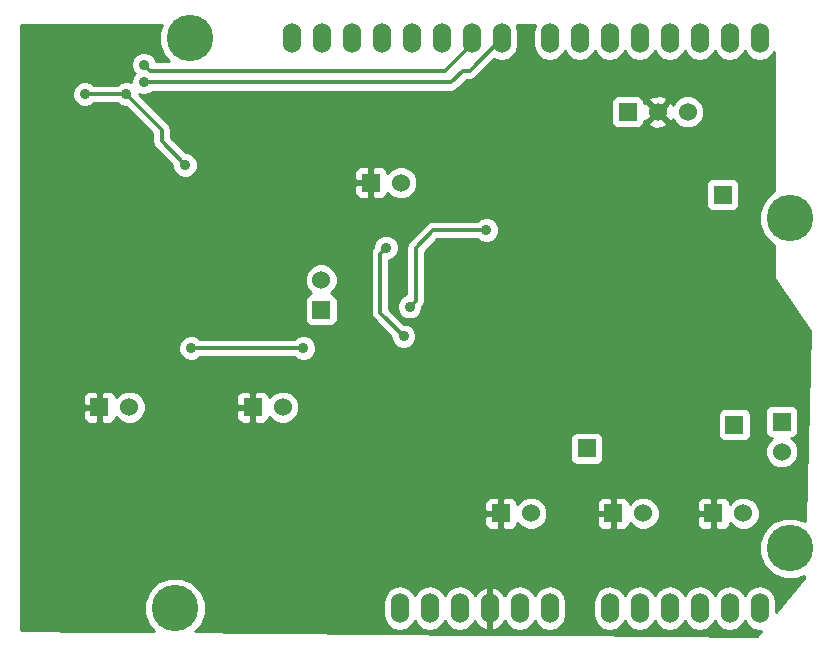
<source format=gbl>
%FSLAX34Y34*%
G04 Gerber Fmt 3.4, Leading zero omitted, Abs format*
G04 (created by PCBNEW (2014-02-26 BZR 4721)-product) date Wednesday, 03 June 2015 14:52:33*
%MOIN*%
G01*
G70*
G90*
G04 APERTURE LIST*
%ADD10C,0.005906*%
%ADD11R,0.060000X0.060000*%
%ADD12C,0.060000*%
%ADD13O,0.060000X0.100000*%
%ADD14C,0.155000*%
%ADD15C,0.035000*%
%ADD16C,0.011811*%
%ADD17C,0.010000*%
G04 APERTURE END LIST*
G54D10*
G54D11*
X51559Y-32283D03*
G54D12*
X52559Y-32283D03*
X53559Y-32283D03*
G54D11*
X51074Y-45669D03*
G54D12*
X52074Y-45669D03*
G54D11*
X43003Y-34645D03*
G54D12*
X44003Y-34645D03*
G54D11*
X39066Y-42125D03*
G54D12*
X40066Y-42125D03*
G54D11*
X54421Y-45669D03*
G54D12*
X55421Y-45669D03*
G54D11*
X47334Y-45669D03*
G54D12*
X48334Y-45669D03*
G54D11*
X33948Y-42125D03*
G54D12*
X34948Y-42125D03*
G54D11*
X56692Y-42610D03*
G54D12*
X56692Y-43610D03*
G54D11*
X41338Y-38885D03*
G54D12*
X41338Y-37885D03*
G54D11*
X50196Y-43503D03*
X55118Y-42716D03*
X54724Y-35039D03*
G54D13*
X55964Y-48832D03*
X54964Y-48832D03*
X53964Y-48832D03*
X50964Y-48832D03*
X51964Y-48832D03*
X52964Y-48832D03*
X48964Y-48832D03*
X47964Y-48832D03*
X46964Y-48832D03*
X44964Y-48832D03*
X43964Y-48832D03*
X55964Y-29832D03*
X54964Y-29832D03*
X53964Y-29832D03*
X52964Y-29832D03*
X51964Y-29832D03*
X50964Y-29832D03*
X49964Y-29832D03*
X48964Y-29832D03*
X47364Y-29832D03*
X46364Y-29832D03*
X45364Y-29832D03*
X44364Y-29832D03*
X43364Y-29832D03*
X42364Y-29832D03*
X41364Y-29832D03*
X40364Y-29832D03*
X45964Y-48832D03*
G54D14*
X56964Y-46832D03*
X56964Y-35832D03*
X36964Y-29832D03*
X36464Y-48832D03*
G54D15*
X45275Y-41929D03*
X37795Y-38385D03*
X39566Y-36614D03*
X53543Y-38385D03*
X50984Y-38385D03*
X35433Y-31299D03*
X44094Y-39763D03*
X43503Y-36811D03*
X35433Y-30708D03*
X40748Y-40157D03*
X37007Y-40157D03*
X46850Y-36220D03*
X44291Y-38779D03*
X33464Y-31692D03*
X34842Y-31692D03*
X36811Y-34055D03*
G54D16*
X50984Y-38385D02*
X53543Y-38385D01*
X46291Y-30905D02*
X47364Y-29832D01*
X46062Y-30905D02*
X46291Y-30905D01*
X45669Y-31299D02*
X46062Y-30905D01*
X35433Y-31299D02*
X45669Y-31299D01*
X43307Y-38976D02*
X44094Y-39763D01*
X43307Y-37007D02*
X43307Y-38976D01*
X43503Y-36811D02*
X43307Y-37007D01*
X46364Y-30013D02*
X46364Y-29832D01*
X45472Y-30905D02*
X46364Y-30013D01*
X35629Y-30905D02*
X45472Y-30905D01*
X35433Y-30708D02*
X35629Y-30905D01*
X40748Y-40157D02*
X37007Y-40157D01*
X45078Y-36220D02*
X46850Y-36220D01*
X44488Y-36811D02*
X45078Y-36220D01*
X44488Y-38582D02*
X44488Y-36811D01*
X44291Y-38779D02*
X44488Y-38582D01*
X34842Y-31692D02*
X33464Y-31692D01*
X36023Y-32874D02*
X34842Y-31692D01*
X36023Y-33267D02*
X36023Y-32874D01*
X36811Y-34055D02*
X36023Y-33267D01*
G54D10*
G36*
X57626Y-39581D02*
X57475Y-45934D01*
X57243Y-45838D01*
X57243Y-43501D01*
X57159Y-43299D01*
X57020Y-43160D01*
X57042Y-43160D01*
X57134Y-43122D01*
X57204Y-43051D01*
X57242Y-42959D01*
X57242Y-42860D01*
X57242Y-42260D01*
X57204Y-42168D01*
X57134Y-42098D01*
X57042Y-42060D01*
X56943Y-42060D01*
X56343Y-42060D01*
X56251Y-42098D01*
X56180Y-42168D01*
X56142Y-42260D01*
X56142Y-42359D01*
X56142Y-42959D01*
X56180Y-43051D01*
X56251Y-43122D01*
X56343Y-43160D01*
X56365Y-43160D01*
X56226Y-43298D01*
X56143Y-43500D01*
X56142Y-43719D01*
X56226Y-43921D01*
X56380Y-44076D01*
X56583Y-44160D01*
X56801Y-44160D01*
X57004Y-44076D01*
X57158Y-43922D01*
X57242Y-43720D01*
X57243Y-43501D01*
X57243Y-45838D01*
X57169Y-45807D01*
X56761Y-45807D01*
X56384Y-45962D01*
X56096Y-46250D01*
X55971Y-46551D01*
X55971Y-45560D01*
X55887Y-45358D01*
X55733Y-45203D01*
X55668Y-45176D01*
X55668Y-43066D01*
X55668Y-42966D01*
X55668Y-42366D01*
X55630Y-42274D01*
X55559Y-42204D01*
X55467Y-42166D01*
X55368Y-42166D01*
X55274Y-42166D01*
X55274Y-35389D01*
X55274Y-35289D01*
X55274Y-34689D01*
X55236Y-34597D01*
X55166Y-34527D01*
X55074Y-34489D01*
X54974Y-34489D01*
X54374Y-34489D01*
X54282Y-34527D01*
X54212Y-34597D01*
X54174Y-34689D01*
X54174Y-34789D01*
X54174Y-35389D01*
X54212Y-35480D01*
X54282Y-35551D01*
X54374Y-35589D01*
X54474Y-35589D01*
X55074Y-35589D01*
X55166Y-35551D01*
X55236Y-35480D01*
X55274Y-35389D01*
X55274Y-42166D01*
X54768Y-42166D01*
X54676Y-42204D01*
X54606Y-42274D01*
X54568Y-42366D01*
X54568Y-42466D01*
X54568Y-43066D01*
X54606Y-43158D01*
X54676Y-43228D01*
X54768Y-43266D01*
X54867Y-43266D01*
X55467Y-43266D01*
X55559Y-43228D01*
X55630Y-43158D01*
X55668Y-43066D01*
X55668Y-45176D01*
X55531Y-45119D01*
X55312Y-45119D01*
X55110Y-45202D01*
X54971Y-45341D01*
X54971Y-45319D01*
X54933Y-45227D01*
X54862Y-45157D01*
X54770Y-45119D01*
X54533Y-45119D01*
X54471Y-45181D01*
X54471Y-45619D01*
X54479Y-45619D01*
X54479Y-45719D01*
X54471Y-45719D01*
X54471Y-46156D01*
X54533Y-46219D01*
X54770Y-46219D01*
X54862Y-46181D01*
X54933Y-46110D01*
X54971Y-46019D01*
X54971Y-45997D01*
X55109Y-46135D01*
X55311Y-46219D01*
X55530Y-46219D01*
X55732Y-46135D01*
X55887Y-45981D01*
X55971Y-45779D01*
X55971Y-45560D01*
X55971Y-46551D01*
X55939Y-46627D01*
X55939Y-47035D01*
X56095Y-47412D01*
X56383Y-47700D01*
X56759Y-47857D01*
X57167Y-47857D01*
X57432Y-47748D01*
X57430Y-47816D01*
X56514Y-48961D01*
X56514Y-48617D01*
X56472Y-48407D01*
X56353Y-48228D01*
X56175Y-48109D01*
X55964Y-48067D01*
X55754Y-48109D01*
X55575Y-48228D01*
X55464Y-48394D01*
X55353Y-48228D01*
X55175Y-48109D01*
X54964Y-48067D01*
X54754Y-48109D01*
X54575Y-48228D01*
X54464Y-48394D01*
X54371Y-48255D01*
X54371Y-46156D01*
X54371Y-45719D01*
X54371Y-45619D01*
X54371Y-45181D01*
X54308Y-45119D01*
X54109Y-45119D01*
X54109Y-32174D01*
X54025Y-31972D01*
X53871Y-31817D01*
X53668Y-31733D01*
X53450Y-31733D01*
X53247Y-31816D01*
X53093Y-31971D01*
X53061Y-32047D01*
X53040Y-31995D01*
X52944Y-31968D01*
X52874Y-32038D01*
X52874Y-31897D01*
X52846Y-31802D01*
X52640Y-31728D01*
X52422Y-31739D01*
X52271Y-31802D01*
X52243Y-31897D01*
X52559Y-32212D01*
X52874Y-31897D01*
X52874Y-32038D01*
X52629Y-32283D01*
X52944Y-32598D01*
X53040Y-32571D01*
X53060Y-32516D01*
X53092Y-32594D01*
X53247Y-32749D01*
X53449Y-32833D01*
X53667Y-32833D01*
X53870Y-32750D01*
X54025Y-32595D01*
X54108Y-32393D01*
X54109Y-32174D01*
X54109Y-45119D01*
X54071Y-45119D01*
X53979Y-45157D01*
X53909Y-45227D01*
X53871Y-45319D01*
X53871Y-45419D01*
X53871Y-45556D01*
X53933Y-45619D01*
X54371Y-45619D01*
X54371Y-45719D01*
X53933Y-45719D01*
X53871Y-45781D01*
X53871Y-45919D01*
X53871Y-46019D01*
X53909Y-46110D01*
X53979Y-46181D01*
X54071Y-46219D01*
X54308Y-46219D01*
X54371Y-46156D01*
X54371Y-48255D01*
X54353Y-48228D01*
X54175Y-48109D01*
X53964Y-48067D01*
X53754Y-48109D01*
X53575Y-48228D01*
X53464Y-48394D01*
X53353Y-48228D01*
X53175Y-48109D01*
X52964Y-48067D01*
X52874Y-48085D01*
X52874Y-32669D01*
X52559Y-32354D01*
X52488Y-32424D01*
X52488Y-32283D01*
X52173Y-31968D01*
X52109Y-31986D01*
X52109Y-31933D01*
X52070Y-31841D01*
X52000Y-31771D01*
X51908Y-31733D01*
X51809Y-31733D01*
X51209Y-31733D01*
X51117Y-31771D01*
X51047Y-31841D01*
X51009Y-31933D01*
X51009Y-32033D01*
X51009Y-32633D01*
X51047Y-32725D01*
X51117Y-32795D01*
X51209Y-32833D01*
X51308Y-32833D01*
X51908Y-32833D01*
X52000Y-32795D01*
X52070Y-32725D01*
X52109Y-32633D01*
X52109Y-32580D01*
X52173Y-32598D01*
X52488Y-32283D01*
X52488Y-32424D01*
X52243Y-32669D01*
X52271Y-32764D01*
X52477Y-32838D01*
X52695Y-32827D01*
X52846Y-32764D01*
X52874Y-32669D01*
X52874Y-48085D01*
X52754Y-48109D01*
X52624Y-48195D01*
X52624Y-45560D01*
X52541Y-45358D01*
X52386Y-45203D01*
X52184Y-45119D01*
X51965Y-45119D01*
X51763Y-45202D01*
X51624Y-45341D01*
X51624Y-45319D01*
X51586Y-45227D01*
X51516Y-45157D01*
X51424Y-45119D01*
X51187Y-45119D01*
X51124Y-45181D01*
X51124Y-45619D01*
X51132Y-45619D01*
X51132Y-45719D01*
X51124Y-45719D01*
X51124Y-46156D01*
X51187Y-46219D01*
X51424Y-46219D01*
X51516Y-46181D01*
X51586Y-46110D01*
X51624Y-46019D01*
X51624Y-45997D01*
X51762Y-46135D01*
X51964Y-46219D01*
X52183Y-46219D01*
X52385Y-46135D01*
X52540Y-45981D01*
X52624Y-45779D01*
X52624Y-45560D01*
X52624Y-48195D01*
X52575Y-48228D01*
X52464Y-48394D01*
X52353Y-48228D01*
X52175Y-48109D01*
X51964Y-48067D01*
X51754Y-48109D01*
X51575Y-48228D01*
X51464Y-48394D01*
X51353Y-48228D01*
X51175Y-48109D01*
X51024Y-48079D01*
X51024Y-46156D01*
X51024Y-45719D01*
X51024Y-45619D01*
X51024Y-45181D01*
X50962Y-45119D01*
X50746Y-45119D01*
X50746Y-43853D01*
X50746Y-43754D01*
X50746Y-43154D01*
X50708Y-43062D01*
X50638Y-42991D01*
X50546Y-42953D01*
X50447Y-42953D01*
X49847Y-42953D01*
X49755Y-42991D01*
X49684Y-43062D01*
X49646Y-43154D01*
X49646Y-43253D01*
X49646Y-43853D01*
X49684Y-43945D01*
X49755Y-44015D01*
X49847Y-44053D01*
X49946Y-44053D01*
X50546Y-44053D01*
X50638Y-44015D01*
X50708Y-43945D01*
X50746Y-43853D01*
X50746Y-45119D01*
X50725Y-45119D01*
X50633Y-45157D01*
X50562Y-45227D01*
X50524Y-45319D01*
X50524Y-45419D01*
X50524Y-45556D01*
X50587Y-45619D01*
X51024Y-45619D01*
X51024Y-45719D01*
X50587Y-45719D01*
X50524Y-45781D01*
X50524Y-45919D01*
X50524Y-46019D01*
X50562Y-46110D01*
X50633Y-46181D01*
X50725Y-46219D01*
X50962Y-46219D01*
X51024Y-46156D01*
X51024Y-48079D01*
X50964Y-48067D01*
X50754Y-48109D01*
X50575Y-48228D01*
X50456Y-48407D01*
X50414Y-48617D01*
X50414Y-49046D01*
X50456Y-49257D01*
X50575Y-49435D01*
X50754Y-49555D01*
X50964Y-49596D01*
X51175Y-49555D01*
X51353Y-49435D01*
X51464Y-49269D01*
X51575Y-49435D01*
X51754Y-49555D01*
X51964Y-49596D01*
X52175Y-49555D01*
X52353Y-49435D01*
X52464Y-49269D01*
X52575Y-49435D01*
X52754Y-49555D01*
X52964Y-49596D01*
X53175Y-49555D01*
X53353Y-49435D01*
X53464Y-49269D01*
X53575Y-49435D01*
X53754Y-49555D01*
X53964Y-49596D01*
X54175Y-49555D01*
X54353Y-49435D01*
X54464Y-49269D01*
X54575Y-49435D01*
X54754Y-49555D01*
X54964Y-49596D01*
X55175Y-49555D01*
X55353Y-49435D01*
X55464Y-49269D01*
X55575Y-49435D01*
X55754Y-49555D01*
X55964Y-49596D01*
X56014Y-49587D01*
X55881Y-49752D01*
X49514Y-49702D01*
X49514Y-49046D01*
X49514Y-48617D01*
X49472Y-48407D01*
X49353Y-48228D01*
X49175Y-48109D01*
X48964Y-48067D01*
X48884Y-48083D01*
X48884Y-45560D01*
X48801Y-45358D01*
X48646Y-45203D01*
X48444Y-45119D01*
X48225Y-45119D01*
X48023Y-45202D01*
X47884Y-45341D01*
X47884Y-45319D01*
X47846Y-45227D01*
X47776Y-45157D01*
X47684Y-45119D01*
X47447Y-45119D01*
X47384Y-45181D01*
X47384Y-45619D01*
X47392Y-45619D01*
X47392Y-45719D01*
X47384Y-45719D01*
X47384Y-46156D01*
X47447Y-46219D01*
X47684Y-46219D01*
X47776Y-46181D01*
X47846Y-46110D01*
X47884Y-46019D01*
X47884Y-45997D01*
X48022Y-46135D01*
X48224Y-46219D01*
X48443Y-46219D01*
X48645Y-46135D01*
X48800Y-45981D01*
X48884Y-45779D01*
X48884Y-45560D01*
X48884Y-48083D01*
X48754Y-48109D01*
X48575Y-48228D01*
X48464Y-48394D01*
X48353Y-48228D01*
X48175Y-48109D01*
X47964Y-48067D01*
X47754Y-48109D01*
X47575Y-48228D01*
X47460Y-48400D01*
X47453Y-48375D01*
X47318Y-48208D01*
X47284Y-48189D01*
X47284Y-46156D01*
X47284Y-45719D01*
X47284Y-45619D01*
X47284Y-45181D01*
X47275Y-45172D01*
X47275Y-36136D01*
X47210Y-35980D01*
X47091Y-35860D01*
X46935Y-35795D01*
X46766Y-35795D01*
X46609Y-35859D01*
X46558Y-35911D01*
X45078Y-35911D01*
X44960Y-35934D01*
X44860Y-36001D01*
X44554Y-36308D01*
X44554Y-34536D01*
X44470Y-34334D01*
X44315Y-34179D01*
X44113Y-34095D01*
X43895Y-34095D01*
X43692Y-34179D01*
X43553Y-34317D01*
X43553Y-34295D01*
X43515Y-34204D01*
X43445Y-34133D01*
X43353Y-34095D01*
X43116Y-34095D01*
X43053Y-34158D01*
X43053Y-34595D01*
X43061Y-34595D01*
X43061Y-34695D01*
X43053Y-34695D01*
X43053Y-35133D01*
X43116Y-35195D01*
X43353Y-35195D01*
X43445Y-35157D01*
X43515Y-35087D01*
X43553Y-34995D01*
X43553Y-34973D01*
X43691Y-35111D01*
X43894Y-35195D01*
X44112Y-35195D01*
X44315Y-35112D01*
X44469Y-34957D01*
X44553Y-34755D01*
X44554Y-34536D01*
X44554Y-36308D01*
X44269Y-36592D01*
X44202Y-36692D01*
X44179Y-36811D01*
X44179Y-38366D01*
X44050Y-38419D01*
X43931Y-38538D01*
X43866Y-38694D01*
X43866Y-38863D01*
X43930Y-39019D01*
X44050Y-39139D01*
X44206Y-39204D01*
X44375Y-39204D01*
X44531Y-39140D01*
X44651Y-39020D01*
X44716Y-38864D01*
X44716Y-38786D01*
X44773Y-38700D01*
X44797Y-38582D01*
X44797Y-36939D01*
X45206Y-36529D01*
X46558Y-36529D01*
X46609Y-36580D01*
X46765Y-36645D01*
X46934Y-36645D01*
X47090Y-36580D01*
X47210Y-36461D01*
X47275Y-36305D01*
X47275Y-36136D01*
X47275Y-45172D01*
X47222Y-45119D01*
X46984Y-45119D01*
X46893Y-45157D01*
X46822Y-45227D01*
X46784Y-45319D01*
X46784Y-45419D01*
X46784Y-45556D01*
X46847Y-45619D01*
X47284Y-45619D01*
X47284Y-45719D01*
X46847Y-45719D01*
X46784Y-45781D01*
X46784Y-45919D01*
X46784Y-46019D01*
X46822Y-46110D01*
X46893Y-46181D01*
X46984Y-46219D01*
X47222Y-46219D01*
X47284Y-46156D01*
X47284Y-48189D01*
X47128Y-48105D01*
X47099Y-48099D01*
X47014Y-48147D01*
X47014Y-48782D01*
X47022Y-48782D01*
X47022Y-48882D01*
X47014Y-48882D01*
X47014Y-49517D01*
X47099Y-49565D01*
X47128Y-49559D01*
X47318Y-49456D01*
X47453Y-49288D01*
X47460Y-49264D01*
X47575Y-49435D01*
X47754Y-49555D01*
X47964Y-49596D01*
X48175Y-49555D01*
X48353Y-49435D01*
X48464Y-49269D01*
X48575Y-49435D01*
X48754Y-49555D01*
X48964Y-49596D01*
X49175Y-49555D01*
X49353Y-49435D01*
X49472Y-49257D01*
X49514Y-49046D01*
X49514Y-49702D01*
X46914Y-49681D01*
X46914Y-49517D01*
X46914Y-48882D01*
X46906Y-48882D01*
X46906Y-48782D01*
X46914Y-48782D01*
X46914Y-48147D01*
X46829Y-48099D01*
X46800Y-48105D01*
X46611Y-48208D01*
X46475Y-48375D01*
X46468Y-48400D01*
X46353Y-48228D01*
X46175Y-48109D01*
X45964Y-48067D01*
X45754Y-48109D01*
X45575Y-48228D01*
X45464Y-48394D01*
X45353Y-48228D01*
X45175Y-48109D01*
X44964Y-48067D01*
X44754Y-48109D01*
X44575Y-48228D01*
X44519Y-48312D01*
X44519Y-39679D01*
X44454Y-39523D01*
X44335Y-39403D01*
X44179Y-39338D01*
X44106Y-39338D01*
X43616Y-38848D01*
X43616Y-37224D01*
X43744Y-37171D01*
X43864Y-37052D01*
X43928Y-36895D01*
X43929Y-36726D01*
X43864Y-36570D01*
X43744Y-36450D01*
X43588Y-36386D01*
X43419Y-36385D01*
X43263Y-36450D01*
X43143Y-36569D01*
X43079Y-36726D01*
X43078Y-36803D01*
X43021Y-36889D01*
X42998Y-37007D01*
X42998Y-38976D01*
X43021Y-39094D01*
X43088Y-39194D01*
X43669Y-39775D01*
X43669Y-39847D01*
X43733Y-40004D01*
X43853Y-40123D01*
X44009Y-40188D01*
X44178Y-40188D01*
X44334Y-40124D01*
X44454Y-40004D01*
X44519Y-39848D01*
X44519Y-39679D01*
X44519Y-48312D01*
X44464Y-48394D01*
X44353Y-48228D01*
X44175Y-48109D01*
X43964Y-48067D01*
X43754Y-48109D01*
X43575Y-48228D01*
X43456Y-48407D01*
X43414Y-48617D01*
X43414Y-49046D01*
X43456Y-49257D01*
X43575Y-49435D01*
X43754Y-49555D01*
X43964Y-49596D01*
X44175Y-49555D01*
X44353Y-49435D01*
X44464Y-49269D01*
X44575Y-49435D01*
X44754Y-49555D01*
X44964Y-49596D01*
X45175Y-49555D01*
X45353Y-49435D01*
X45464Y-49269D01*
X45575Y-49435D01*
X45754Y-49555D01*
X45964Y-49596D01*
X46175Y-49555D01*
X46353Y-49435D01*
X46468Y-49264D01*
X46475Y-49288D01*
X46611Y-49456D01*
X46800Y-49559D01*
X46829Y-49565D01*
X46914Y-49517D01*
X46914Y-49681D01*
X42953Y-49649D01*
X42953Y-35133D01*
X42953Y-34695D01*
X42953Y-34595D01*
X42953Y-34158D01*
X42891Y-34095D01*
X42654Y-34095D01*
X42562Y-34133D01*
X42491Y-34204D01*
X42453Y-34295D01*
X42453Y-34395D01*
X42453Y-34533D01*
X42516Y-34595D01*
X42953Y-34595D01*
X42953Y-34695D01*
X42516Y-34695D01*
X42453Y-34758D01*
X42453Y-34895D01*
X42453Y-34995D01*
X42491Y-35087D01*
X42562Y-35157D01*
X42654Y-35195D01*
X42891Y-35195D01*
X42953Y-35133D01*
X42953Y-49649D01*
X41888Y-49641D01*
X41888Y-37776D01*
X41805Y-37574D01*
X41650Y-37419D01*
X41448Y-37335D01*
X41229Y-37335D01*
X41027Y-37419D01*
X40872Y-37573D01*
X40788Y-37775D01*
X40788Y-37994D01*
X40872Y-38196D01*
X41010Y-38335D01*
X40988Y-38335D01*
X40896Y-38373D01*
X40826Y-38444D01*
X40788Y-38536D01*
X40788Y-38635D01*
X40788Y-39235D01*
X40826Y-39327D01*
X40896Y-39397D01*
X40988Y-39435D01*
X41088Y-39435D01*
X41688Y-39435D01*
X41780Y-39397D01*
X41850Y-39327D01*
X41888Y-39235D01*
X41888Y-39136D01*
X41888Y-38536D01*
X41850Y-38444D01*
X41780Y-38373D01*
X41688Y-38335D01*
X41666Y-38335D01*
X41804Y-38197D01*
X41888Y-37995D01*
X41888Y-37776D01*
X41888Y-49641D01*
X41173Y-49635D01*
X41173Y-40073D01*
X41108Y-39917D01*
X40989Y-39797D01*
X40832Y-39732D01*
X40663Y-39732D01*
X40507Y-39796D01*
X40456Y-39848D01*
X37299Y-39848D01*
X37248Y-39797D01*
X37092Y-39732D01*
X36923Y-39732D01*
X36767Y-39796D01*
X36647Y-39916D01*
X36582Y-40072D01*
X36582Y-40241D01*
X36647Y-40397D01*
X36766Y-40517D01*
X36922Y-40582D01*
X37092Y-40582D01*
X37248Y-40517D01*
X37299Y-40466D01*
X40456Y-40466D01*
X40506Y-40517D01*
X40663Y-40582D01*
X40832Y-40582D01*
X40988Y-40517D01*
X41108Y-40398D01*
X41172Y-40242D01*
X41173Y-40073D01*
X41173Y-49635D01*
X40617Y-49630D01*
X40617Y-42017D01*
X40533Y-41814D01*
X40378Y-41659D01*
X40176Y-41576D01*
X39958Y-41575D01*
X39755Y-41659D01*
X39616Y-41798D01*
X39616Y-41776D01*
X39578Y-41684D01*
X39508Y-41614D01*
X39416Y-41575D01*
X39179Y-41575D01*
X39116Y-41638D01*
X39116Y-42075D01*
X39124Y-42075D01*
X39124Y-42175D01*
X39116Y-42175D01*
X39116Y-42613D01*
X39179Y-42675D01*
X39416Y-42675D01*
X39508Y-42637D01*
X39578Y-42567D01*
X39616Y-42475D01*
X39616Y-42453D01*
X39754Y-42591D01*
X39957Y-42675D01*
X40175Y-42676D01*
X40378Y-42592D01*
X40532Y-42437D01*
X40616Y-42235D01*
X40617Y-42017D01*
X40617Y-49630D01*
X39016Y-49618D01*
X39016Y-42613D01*
X39016Y-42175D01*
X39016Y-42075D01*
X39016Y-41638D01*
X38954Y-41575D01*
X38717Y-41575D01*
X38625Y-41614D01*
X38554Y-41684D01*
X38516Y-41776D01*
X38516Y-41875D01*
X38516Y-42013D01*
X38579Y-42075D01*
X39016Y-42075D01*
X39016Y-42175D01*
X38579Y-42175D01*
X38516Y-42238D01*
X38516Y-42376D01*
X38516Y-42475D01*
X38554Y-42567D01*
X38625Y-42637D01*
X38717Y-42675D01*
X38954Y-42675D01*
X39016Y-42613D01*
X39016Y-49618D01*
X37143Y-49603D01*
X37333Y-49413D01*
X37489Y-49037D01*
X37489Y-48629D01*
X37334Y-48252D01*
X37045Y-47963D01*
X36669Y-47807D01*
X36261Y-47807D01*
X35884Y-47962D01*
X35596Y-48250D01*
X35498Y-48485D01*
X35498Y-42017D01*
X35415Y-41814D01*
X35260Y-41659D01*
X35058Y-41576D01*
X34839Y-41575D01*
X34637Y-41659D01*
X34498Y-41798D01*
X34498Y-41776D01*
X34460Y-41684D01*
X34390Y-41614D01*
X34298Y-41575D01*
X34061Y-41575D01*
X33998Y-41638D01*
X33998Y-42075D01*
X34006Y-42075D01*
X34006Y-42175D01*
X33998Y-42175D01*
X33998Y-42613D01*
X34061Y-42675D01*
X34298Y-42675D01*
X34390Y-42637D01*
X34460Y-42567D01*
X34498Y-42475D01*
X34498Y-42453D01*
X34636Y-42591D01*
X34838Y-42675D01*
X35057Y-42676D01*
X35259Y-42592D01*
X35414Y-42437D01*
X35498Y-42235D01*
X35498Y-42017D01*
X35498Y-48485D01*
X35439Y-48627D01*
X35439Y-49035D01*
X35595Y-49412D01*
X35774Y-49592D01*
X33898Y-49577D01*
X33898Y-42613D01*
X33898Y-42175D01*
X33898Y-42075D01*
X33898Y-41638D01*
X33836Y-41575D01*
X33599Y-41575D01*
X33507Y-41614D01*
X33436Y-41684D01*
X33398Y-41776D01*
X33398Y-41875D01*
X33398Y-42013D01*
X33461Y-42075D01*
X33898Y-42075D01*
X33898Y-42175D01*
X33461Y-42175D01*
X33398Y-42238D01*
X33398Y-42376D01*
X33398Y-42475D01*
X33436Y-42567D01*
X33507Y-42637D01*
X33599Y-42675D01*
X33836Y-42675D01*
X33898Y-42613D01*
X33898Y-49577D01*
X31349Y-49556D01*
X31349Y-29380D01*
X36042Y-29380D01*
X35939Y-29627D01*
X35939Y-30035D01*
X36095Y-30412D01*
X36279Y-30596D01*
X35846Y-30596D01*
X35793Y-30468D01*
X35674Y-30348D01*
X35517Y-30283D01*
X35348Y-30283D01*
X35192Y-30348D01*
X35072Y-30467D01*
X35008Y-30623D01*
X35007Y-30792D01*
X35072Y-30949D01*
X35127Y-31003D01*
X35072Y-31058D01*
X35008Y-31214D01*
X35008Y-31301D01*
X34927Y-31267D01*
X34758Y-31267D01*
X34602Y-31332D01*
X34550Y-31383D01*
X33756Y-31383D01*
X33705Y-31332D01*
X33549Y-31267D01*
X33380Y-31267D01*
X33224Y-31332D01*
X33104Y-31451D01*
X33039Y-31608D01*
X33039Y-31777D01*
X33104Y-31933D01*
X33223Y-32053D01*
X33379Y-32117D01*
X33548Y-32117D01*
X33704Y-32053D01*
X33756Y-32001D01*
X34550Y-32001D01*
X34601Y-32053D01*
X34757Y-32117D01*
X34830Y-32117D01*
X35714Y-33002D01*
X35714Y-33267D01*
X35738Y-33385D01*
X35805Y-33486D01*
X36386Y-34067D01*
X36385Y-34139D01*
X36450Y-34295D01*
X36569Y-34415D01*
X36726Y-34480D01*
X36895Y-34480D01*
X37051Y-34415D01*
X37171Y-34296D01*
X37235Y-34140D01*
X37236Y-33970D01*
X37171Y-33814D01*
X37052Y-33695D01*
X36895Y-33630D01*
X36823Y-33630D01*
X36332Y-33139D01*
X36332Y-32874D01*
X36309Y-32755D01*
X36242Y-32655D01*
X35284Y-31697D01*
X35348Y-31724D01*
X35517Y-31724D01*
X35673Y-31659D01*
X35725Y-31608D01*
X45669Y-31608D01*
X45787Y-31584D01*
X45787Y-31584D01*
X45887Y-31517D01*
X46191Y-31214D01*
X46291Y-31214D01*
X46409Y-31191D01*
X46409Y-31191D01*
X46509Y-31124D01*
X47108Y-30524D01*
X47154Y-30555D01*
X47364Y-30596D01*
X47575Y-30555D01*
X47753Y-30435D01*
X47872Y-30257D01*
X47914Y-30046D01*
X47914Y-29617D01*
X47872Y-29407D01*
X47855Y-29380D01*
X48474Y-29380D01*
X48456Y-29407D01*
X48414Y-29617D01*
X48414Y-30046D01*
X48456Y-30257D01*
X48575Y-30435D01*
X48754Y-30555D01*
X48964Y-30596D01*
X49175Y-30555D01*
X49353Y-30435D01*
X49464Y-30269D01*
X49575Y-30435D01*
X49754Y-30555D01*
X49964Y-30596D01*
X50175Y-30555D01*
X50353Y-30435D01*
X50464Y-30269D01*
X50575Y-30435D01*
X50754Y-30555D01*
X50964Y-30596D01*
X51175Y-30555D01*
X51353Y-30435D01*
X51464Y-30269D01*
X51575Y-30435D01*
X51754Y-30555D01*
X51964Y-30596D01*
X52175Y-30555D01*
X52353Y-30435D01*
X52464Y-30269D01*
X52575Y-30435D01*
X52754Y-30555D01*
X52964Y-30596D01*
X53175Y-30555D01*
X53353Y-30435D01*
X53464Y-30269D01*
X53575Y-30435D01*
X53754Y-30555D01*
X53964Y-30596D01*
X54175Y-30555D01*
X54353Y-30435D01*
X54464Y-30269D01*
X54575Y-30435D01*
X54754Y-30555D01*
X54964Y-30596D01*
X55175Y-30555D01*
X55353Y-30435D01*
X55464Y-30269D01*
X55575Y-30435D01*
X55754Y-30555D01*
X55964Y-30596D01*
X56175Y-30555D01*
X56353Y-30435D01*
X56446Y-30297D01*
X56446Y-34937D01*
X56384Y-34962D01*
X56096Y-35250D01*
X55939Y-35627D01*
X55939Y-36035D01*
X56095Y-36412D01*
X56383Y-36700D01*
X56446Y-36726D01*
X56446Y-37810D01*
X57626Y-39581D01*
X57626Y-39581D01*
G37*
G54D17*
X57626Y-39581D02*
X57475Y-45934D01*
X57243Y-45838D01*
X57243Y-43501D01*
X57159Y-43299D01*
X57020Y-43160D01*
X57042Y-43160D01*
X57134Y-43122D01*
X57204Y-43051D01*
X57242Y-42959D01*
X57242Y-42860D01*
X57242Y-42260D01*
X57204Y-42168D01*
X57134Y-42098D01*
X57042Y-42060D01*
X56943Y-42060D01*
X56343Y-42060D01*
X56251Y-42098D01*
X56180Y-42168D01*
X56142Y-42260D01*
X56142Y-42359D01*
X56142Y-42959D01*
X56180Y-43051D01*
X56251Y-43122D01*
X56343Y-43160D01*
X56365Y-43160D01*
X56226Y-43298D01*
X56143Y-43500D01*
X56142Y-43719D01*
X56226Y-43921D01*
X56380Y-44076D01*
X56583Y-44160D01*
X56801Y-44160D01*
X57004Y-44076D01*
X57158Y-43922D01*
X57242Y-43720D01*
X57243Y-43501D01*
X57243Y-45838D01*
X57169Y-45807D01*
X56761Y-45807D01*
X56384Y-45962D01*
X56096Y-46250D01*
X55971Y-46551D01*
X55971Y-45560D01*
X55887Y-45358D01*
X55733Y-45203D01*
X55668Y-45176D01*
X55668Y-43066D01*
X55668Y-42966D01*
X55668Y-42366D01*
X55630Y-42274D01*
X55559Y-42204D01*
X55467Y-42166D01*
X55368Y-42166D01*
X55274Y-42166D01*
X55274Y-35389D01*
X55274Y-35289D01*
X55274Y-34689D01*
X55236Y-34597D01*
X55166Y-34527D01*
X55074Y-34489D01*
X54974Y-34489D01*
X54374Y-34489D01*
X54282Y-34527D01*
X54212Y-34597D01*
X54174Y-34689D01*
X54174Y-34789D01*
X54174Y-35389D01*
X54212Y-35480D01*
X54282Y-35551D01*
X54374Y-35589D01*
X54474Y-35589D01*
X55074Y-35589D01*
X55166Y-35551D01*
X55236Y-35480D01*
X55274Y-35389D01*
X55274Y-42166D01*
X54768Y-42166D01*
X54676Y-42204D01*
X54606Y-42274D01*
X54568Y-42366D01*
X54568Y-42466D01*
X54568Y-43066D01*
X54606Y-43158D01*
X54676Y-43228D01*
X54768Y-43266D01*
X54867Y-43266D01*
X55467Y-43266D01*
X55559Y-43228D01*
X55630Y-43158D01*
X55668Y-43066D01*
X55668Y-45176D01*
X55531Y-45119D01*
X55312Y-45119D01*
X55110Y-45202D01*
X54971Y-45341D01*
X54971Y-45319D01*
X54933Y-45227D01*
X54862Y-45157D01*
X54770Y-45119D01*
X54533Y-45119D01*
X54471Y-45181D01*
X54471Y-45619D01*
X54479Y-45619D01*
X54479Y-45719D01*
X54471Y-45719D01*
X54471Y-46156D01*
X54533Y-46219D01*
X54770Y-46219D01*
X54862Y-46181D01*
X54933Y-46110D01*
X54971Y-46019D01*
X54971Y-45997D01*
X55109Y-46135D01*
X55311Y-46219D01*
X55530Y-46219D01*
X55732Y-46135D01*
X55887Y-45981D01*
X55971Y-45779D01*
X55971Y-45560D01*
X55971Y-46551D01*
X55939Y-46627D01*
X55939Y-47035D01*
X56095Y-47412D01*
X56383Y-47700D01*
X56759Y-47857D01*
X57167Y-47857D01*
X57432Y-47748D01*
X57430Y-47816D01*
X56514Y-48961D01*
X56514Y-48617D01*
X56472Y-48407D01*
X56353Y-48228D01*
X56175Y-48109D01*
X55964Y-48067D01*
X55754Y-48109D01*
X55575Y-48228D01*
X55464Y-48394D01*
X55353Y-48228D01*
X55175Y-48109D01*
X54964Y-48067D01*
X54754Y-48109D01*
X54575Y-48228D01*
X54464Y-48394D01*
X54371Y-48255D01*
X54371Y-46156D01*
X54371Y-45719D01*
X54371Y-45619D01*
X54371Y-45181D01*
X54308Y-45119D01*
X54109Y-45119D01*
X54109Y-32174D01*
X54025Y-31972D01*
X53871Y-31817D01*
X53668Y-31733D01*
X53450Y-31733D01*
X53247Y-31816D01*
X53093Y-31971D01*
X53061Y-32047D01*
X53040Y-31995D01*
X52944Y-31968D01*
X52874Y-32038D01*
X52874Y-31897D01*
X52846Y-31802D01*
X52640Y-31728D01*
X52422Y-31739D01*
X52271Y-31802D01*
X52243Y-31897D01*
X52559Y-32212D01*
X52874Y-31897D01*
X52874Y-32038D01*
X52629Y-32283D01*
X52944Y-32598D01*
X53040Y-32571D01*
X53060Y-32516D01*
X53092Y-32594D01*
X53247Y-32749D01*
X53449Y-32833D01*
X53667Y-32833D01*
X53870Y-32750D01*
X54025Y-32595D01*
X54108Y-32393D01*
X54109Y-32174D01*
X54109Y-45119D01*
X54071Y-45119D01*
X53979Y-45157D01*
X53909Y-45227D01*
X53871Y-45319D01*
X53871Y-45419D01*
X53871Y-45556D01*
X53933Y-45619D01*
X54371Y-45619D01*
X54371Y-45719D01*
X53933Y-45719D01*
X53871Y-45781D01*
X53871Y-45919D01*
X53871Y-46019D01*
X53909Y-46110D01*
X53979Y-46181D01*
X54071Y-46219D01*
X54308Y-46219D01*
X54371Y-46156D01*
X54371Y-48255D01*
X54353Y-48228D01*
X54175Y-48109D01*
X53964Y-48067D01*
X53754Y-48109D01*
X53575Y-48228D01*
X53464Y-48394D01*
X53353Y-48228D01*
X53175Y-48109D01*
X52964Y-48067D01*
X52874Y-48085D01*
X52874Y-32669D01*
X52559Y-32354D01*
X52488Y-32424D01*
X52488Y-32283D01*
X52173Y-31968D01*
X52109Y-31986D01*
X52109Y-31933D01*
X52070Y-31841D01*
X52000Y-31771D01*
X51908Y-31733D01*
X51809Y-31733D01*
X51209Y-31733D01*
X51117Y-31771D01*
X51047Y-31841D01*
X51009Y-31933D01*
X51009Y-32033D01*
X51009Y-32633D01*
X51047Y-32725D01*
X51117Y-32795D01*
X51209Y-32833D01*
X51308Y-32833D01*
X51908Y-32833D01*
X52000Y-32795D01*
X52070Y-32725D01*
X52109Y-32633D01*
X52109Y-32580D01*
X52173Y-32598D01*
X52488Y-32283D01*
X52488Y-32424D01*
X52243Y-32669D01*
X52271Y-32764D01*
X52477Y-32838D01*
X52695Y-32827D01*
X52846Y-32764D01*
X52874Y-32669D01*
X52874Y-48085D01*
X52754Y-48109D01*
X52624Y-48195D01*
X52624Y-45560D01*
X52541Y-45358D01*
X52386Y-45203D01*
X52184Y-45119D01*
X51965Y-45119D01*
X51763Y-45202D01*
X51624Y-45341D01*
X51624Y-45319D01*
X51586Y-45227D01*
X51516Y-45157D01*
X51424Y-45119D01*
X51187Y-45119D01*
X51124Y-45181D01*
X51124Y-45619D01*
X51132Y-45619D01*
X51132Y-45719D01*
X51124Y-45719D01*
X51124Y-46156D01*
X51187Y-46219D01*
X51424Y-46219D01*
X51516Y-46181D01*
X51586Y-46110D01*
X51624Y-46019D01*
X51624Y-45997D01*
X51762Y-46135D01*
X51964Y-46219D01*
X52183Y-46219D01*
X52385Y-46135D01*
X52540Y-45981D01*
X52624Y-45779D01*
X52624Y-45560D01*
X52624Y-48195D01*
X52575Y-48228D01*
X52464Y-48394D01*
X52353Y-48228D01*
X52175Y-48109D01*
X51964Y-48067D01*
X51754Y-48109D01*
X51575Y-48228D01*
X51464Y-48394D01*
X51353Y-48228D01*
X51175Y-48109D01*
X51024Y-48079D01*
X51024Y-46156D01*
X51024Y-45719D01*
X51024Y-45619D01*
X51024Y-45181D01*
X50962Y-45119D01*
X50746Y-45119D01*
X50746Y-43853D01*
X50746Y-43754D01*
X50746Y-43154D01*
X50708Y-43062D01*
X50638Y-42991D01*
X50546Y-42953D01*
X50447Y-42953D01*
X49847Y-42953D01*
X49755Y-42991D01*
X49684Y-43062D01*
X49646Y-43154D01*
X49646Y-43253D01*
X49646Y-43853D01*
X49684Y-43945D01*
X49755Y-44015D01*
X49847Y-44053D01*
X49946Y-44053D01*
X50546Y-44053D01*
X50638Y-44015D01*
X50708Y-43945D01*
X50746Y-43853D01*
X50746Y-45119D01*
X50725Y-45119D01*
X50633Y-45157D01*
X50562Y-45227D01*
X50524Y-45319D01*
X50524Y-45419D01*
X50524Y-45556D01*
X50587Y-45619D01*
X51024Y-45619D01*
X51024Y-45719D01*
X50587Y-45719D01*
X50524Y-45781D01*
X50524Y-45919D01*
X50524Y-46019D01*
X50562Y-46110D01*
X50633Y-46181D01*
X50725Y-46219D01*
X50962Y-46219D01*
X51024Y-46156D01*
X51024Y-48079D01*
X50964Y-48067D01*
X50754Y-48109D01*
X50575Y-48228D01*
X50456Y-48407D01*
X50414Y-48617D01*
X50414Y-49046D01*
X50456Y-49257D01*
X50575Y-49435D01*
X50754Y-49555D01*
X50964Y-49596D01*
X51175Y-49555D01*
X51353Y-49435D01*
X51464Y-49269D01*
X51575Y-49435D01*
X51754Y-49555D01*
X51964Y-49596D01*
X52175Y-49555D01*
X52353Y-49435D01*
X52464Y-49269D01*
X52575Y-49435D01*
X52754Y-49555D01*
X52964Y-49596D01*
X53175Y-49555D01*
X53353Y-49435D01*
X53464Y-49269D01*
X53575Y-49435D01*
X53754Y-49555D01*
X53964Y-49596D01*
X54175Y-49555D01*
X54353Y-49435D01*
X54464Y-49269D01*
X54575Y-49435D01*
X54754Y-49555D01*
X54964Y-49596D01*
X55175Y-49555D01*
X55353Y-49435D01*
X55464Y-49269D01*
X55575Y-49435D01*
X55754Y-49555D01*
X55964Y-49596D01*
X56014Y-49587D01*
X55881Y-49752D01*
X49514Y-49702D01*
X49514Y-49046D01*
X49514Y-48617D01*
X49472Y-48407D01*
X49353Y-48228D01*
X49175Y-48109D01*
X48964Y-48067D01*
X48884Y-48083D01*
X48884Y-45560D01*
X48801Y-45358D01*
X48646Y-45203D01*
X48444Y-45119D01*
X48225Y-45119D01*
X48023Y-45202D01*
X47884Y-45341D01*
X47884Y-45319D01*
X47846Y-45227D01*
X47776Y-45157D01*
X47684Y-45119D01*
X47447Y-45119D01*
X47384Y-45181D01*
X47384Y-45619D01*
X47392Y-45619D01*
X47392Y-45719D01*
X47384Y-45719D01*
X47384Y-46156D01*
X47447Y-46219D01*
X47684Y-46219D01*
X47776Y-46181D01*
X47846Y-46110D01*
X47884Y-46019D01*
X47884Y-45997D01*
X48022Y-46135D01*
X48224Y-46219D01*
X48443Y-46219D01*
X48645Y-46135D01*
X48800Y-45981D01*
X48884Y-45779D01*
X48884Y-45560D01*
X48884Y-48083D01*
X48754Y-48109D01*
X48575Y-48228D01*
X48464Y-48394D01*
X48353Y-48228D01*
X48175Y-48109D01*
X47964Y-48067D01*
X47754Y-48109D01*
X47575Y-48228D01*
X47460Y-48400D01*
X47453Y-48375D01*
X47318Y-48208D01*
X47284Y-48189D01*
X47284Y-46156D01*
X47284Y-45719D01*
X47284Y-45619D01*
X47284Y-45181D01*
X47275Y-45172D01*
X47275Y-36136D01*
X47210Y-35980D01*
X47091Y-35860D01*
X46935Y-35795D01*
X46766Y-35795D01*
X46609Y-35859D01*
X46558Y-35911D01*
X45078Y-35911D01*
X44960Y-35934D01*
X44860Y-36001D01*
X44554Y-36308D01*
X44554Y-34536D01*
X44470Y-34334D01*
X44315Y-34179D01*
X44113Y-34095D01*
X43895Y-34095D01*
X43692Y-34179D01*
X43553Y-34317D01*
X43553Y-34295D01*
X43515Y-34204D01*
X43445Y-34133D01*
X43353Y-34095D01*
X43116Y-34095D01*
X43053Y-34158D01*
X43053Y-34595D01*
X43061Y-34595D01*
X43061Y-34695D01*
X43053Y-34695D01*
X43053Y-35133D01*
X43116Y-35195D01*
X43353Y-35195D01*
X43445Y-35157D01*
X43515Y-35087D01*
X43553Y-34995D01*
X43553Y-34973D01*
X43691Y-35111D01*
X43894Y-35195D01*
X44112Y-35195D01*
X44315Y-35112D01*
X44469Y-34957D01*
X44553Y-34755D01*
X44554Y-34536D01*
X44554Y-36308D01*
X44269Y-36592D01*
X44202Y-36692D01*
X44179Y-36811D01*
X44179Y-38366D01*
X44050Y-38419D01*
X43931Y-38538D01*
X43866Y-38694D01*
X43866Y-38863D01*
X43930Y-39019D01*
X44050Y-39139D01*
X44206Y-39204D01*
X44375Y-39204D01*
X44531Y-39140D01*
X44651Y-39020D01*
X44716Y-38864D01*
X44716Y-38786D01*
X44773Y-38700D01*
X44797Y-38582D01*
X44797Y-36939D01*
X45206Y-36529D01*
X46558Y-36529D01*
X46609Y-36580D01*
X46765Y-36645D01*
X46934Y-36645D01*
X47090Y-36580D01*
X47210Y-36461D01*
X47275Y-36305D01*
X47275Y-36136D01*
X47275Y-45172D01*
X47222Y-45119D01*
X46984Y-45119D01*
X46893Y-45157D01*
X46822Y-45227D01*
X46784Y-45319D01*
X46784Y-45419D01*
X46784Y-45556D01*
X46847Y-45619D01*
X47284Y-45619D01*
X47284Y-45719D01*
X46847Y-45719D01*
X46784Y-45781D01*
X46784Y-45919D01*
X46784Y-46019D01*
X46822Y-46110D01*
X46893Y-46181D01*
X46984Y-46219D01*
X47222Y-46219D01*
X47284Y-46156D01*
X47284Y-48189D01*
X47128Y-48105D01*
X47099Y-48099D01*
X47014Y-48147D01*
X47014Y-48782D01*
X47022Y-48782D01*
X47022Y-48882D01*
X47014Y-48882D01*
X47014Y-49517D01*
X47099Y-49565D01*
X47128Y-49559D01*
X47318Y-49456D01*
X47453Y-49288D01*
X47460Y-49264D01*
X47575Y-49435D01*
X47754Y-49555D01*
X47964Y-49596D01*
X48175Y-49555D01*
X48353Y-49435D01*
X48464Y-49269D01*
X48575Y-49435D01*
X48754Y-49555D01*
X48964Y-49596D01*
X49175Y-49555D01*
X49353Y-49435D01*
X49472Y-49257D01*
X49514Y-49046D01*
X49514Y-49702D01*
X46914Y-49681D01*
X46914Y-49517D01*
X46914Y-48882D01*
X46906Y-48882D01*
X46906Y-48782D01*
X46914Y-48782D01*
X46914Y-48147D01*
X46829Y-48099D01*
X46800Y-48105D01*
X46611Y-48208D01*
X46475Y-48375D01*
X46468Y-48400D01*
X46353Y-48228D01*
X46175Y-48109D01*
X45964Y-48067D01*
X45754Y-48109D01*
X45575Y-48228D01*
X45464Y-48394D01*
X45353Y-48228D01*
X45175Y-48109D01*
X44964Y-48067D01*
X44754Y-48109D01*
X44575Y-48228D01*
X44519Y-48312D01*
X44519Y-39679D01*
X44454Y-39523D01*
X44335Y-39403D01*
X44179Y-39338D01*
X44106Y-39338D01*
X43616Y-38848D01*
X43616Y-37224D01*
X43744Y-37171D01*
X43864Y-37052D01*
X43928Y-36895D01*
X43929Y-36726D01*
X43864Y-36570D01*
X43744Y-36450D01*
X43588Y-36386D01*
X43419Y-36385D01*
X43263Y-36450D01*
X43143Y-36569D01*
X43079Y-36726D01*
X43078Y-36803D01*
X43021Y-36889D01*
X42998Y-37007D01*
X42998Y-38976D01*
X43021Y-39094D01*
X43088Y-39194D01*
X43669Y-39775D01*
X43669Y-39847D01*
X43733Y-40004D01*
X43853Y-40123D01*
X44009Y-40188D01*
X44178Y-40188D01*
X44334Y-40124D01*
X44454Y-40004D01*
X44519Y-39848D01*
X44519Y-39679D01*
X44519Y-48312D01*
X44464Y-48394D01*
X44353Y-48228D01*
X44175Y-48109D01*
X43964Y-48067D01*
X43754Y-48109D01*
X43575Y-48228D01*
X43456Y-48407D01*
X43414Y-48617D01*
X43414Y-49046D01*
X43456Y-49257D01*
X43575Y-49435D01*
X43754Y-49555D01*
X43964Y-49596D01*
X44175Y-49555D01*
X44353Y-49435D01*
X44464Y-49269D01*
X44575Y-49435D01*
X44754Y-49555D01*
X44964Y-49596D01*
X45175Y-49555D01*
X45353Y-49435D01*
X45464Y-49269D01*
X45575Y-49435D01*
X45754Y-49555D01*
X45964Y-49596D01*
X46175Y-49555D01*
X46353Y-49435D01*
X46468Y-49264D01*
X46475Y-49288D01*
X46611Y-49456D01*
X46800Y-49559D01*
X46829Y-49565D01*
X46914Y-49517D01*
X46914Y-49681D01*
X42953Y-49649D01*
X42953Y-35133D01*
X42953Y-34695D01*
X42953Y-34595D01*
X42953Y-34158D01*
X42891Y-34095D01*
X42654Y-34095D01*
X42562Y-34133D01*
X42491Y-34204D01*
X42453Y-34295D01*
X42453Y-34395D01*
X42453Y-34533D01*
X42516Y-34595D01*
X42953Y-34595D01*
X42953Y-34695D01*
X42516Y-34695D01*
X42453Y-34758D01*
X42453Y-34895D01*
X42453Y-34995D01*
X42491Y-35087D01*
X42562Y-35157D01*
X42654Y-35195D01*
X42891Y-35195D01*
X42953Y-35133D01*
X42953Y-49649D01*
X41888Y-49641D01*
X41888Y-37776D01*
X41805Y-37574D01*
X41650Y-37419D01*
X41448Y-37335D01*
X41229Y-37335D01*
X41027Y-37419D01*
X40872Y-37573D01*
X40788Y-37775D01*
X40788Y-37994D01*
X40872Y-38196D01*
X41010Y-38335D01*
X40988Y-38335D01*
X40896Y-38373D01*
X40826Y-38444D01*
X40788Y-38536D01*
X40788Y-38635D01*
X40788Y-39235D01*
X40826Y-39327D01*
X40896Y-39397D01*
X40988Y-39435D01*
X41088Y-39435D01*
X41688Y-39435D01*
X41780Y-39397D01*
X41850Y-39327D01*
X41888Y-39235D01*
X41888Y-39136D01*
X41888Y-38536D01*
X41850Y-38444D01*
X41780Y-38373D01*
X41688Y-38335D01*
X41666Y-38335D01*
X41804Y-38197D01*
X41888Y-37995D01*
X41888Y-37776D01*
X41888Y-49641D01*
X41173Y-49635D01*
X41173Y-40073D01*
X41108Y-39917D01*
X40989Y-39797D01*
X40832Y-39732D01*
X40663Y-39732D01*
X40507Y-39796D01*
X40456Y-39848D01*
X37299Y-39848D01*
X37248Y-39797D01*
X37092Y-39732D01*
X36923Y-39732D01*
X36767Y-39796D01*
X36647Y-39916D01*
X36582Y-40072D01*
X36582Y-40241D01*
X36647Y-40397D01*
X36766Y-40517D01*
X36922Y-40582D01*
X37092Y-40582D01*
X37248Y-40517D01*
X37299Y-40466D01*
X40456Y-40466D01*
X40506Y-40517D01*
X40663Y-40582D01*
X40832Y-40582D01*
X40988Y-40517D01*
X41108Y-40398D01*
X41172Y-40242D01*
X41173Y-40073D01*
X41173Y-49635D01*
X40617Y-49630D01*
X40617Y-42017D01*
X40533Y-41814D01*
X40378Y-41659D01*
X40176Y-41576D01*
X39958Y-41575D01*
X39755Y-41659D01*
X39616Y-41798D01*
X39616Y-41776D01*
X39578Y-41684D01*
X39508Y-41614D01*
X39416Y-41575D01*
X39179Y-41575D01*
X39116Y-41638D01*
X39116Y-42075D01*
X39124Y-42075D01*
X39124Y-42175D01*
X39116Y-42175D01*
X39116Y-42613D01*
X39179Y-42675D01*
X39416Y-42675D01*
X39508Y-42637D01*
X39578Y-42567D01*
X39616Y-42475D01*
X39616Y-42453D01*
X39754Y-42591D01*
X39957Y-42675D01*
X40175Y-42676D01*
X40378Y-42592D01*
X40532Y-42437D01*
X40616Y-42235D01*
X40617Y-42017D01*
X40617Y-49630D01*
X39016Y-49618D01*
X39016Y-42613D01*
X39016Y-42175D01*
X39016Y-42075D01*
X39016Y-41638D01*
X38954Y-41575D01*
X38717Y-41575D01*
X38625Y-41614D01*
X38554Y-41684D01*
X38516Y-41776D01*
X38516Y-41875D01*
X38516Y-42013D01*
X38579Y-42075D01*
X39016Y-42075D01*
X39016Y-42175D01*
X38579Y-42175D01*
X38516Y-42238D01*
X38516Y-42376D01*
X38516Y-42475D01*
X38554Y-42567D01*
X38625Y-42637D01*
X38717Y-42675D01*
X38954Y-42675D01*
X39016Y-42613D01*
X39016Y-49618D01*
X37143Y-49603D01*
X37333Y-49413D01*
X37489Y-49037D01*
X37489Y-48629D01*
X37334Y-48252D01*
X37045Y-47963D01*
X36669Y-47807D01*
X36261Y-47807D01*
X35884Y-47962D01*
X35596Y-48250D01*
X35498Y-48485D01*
X35498Y-42017D01*
X35415Y-41814D01*
X35260Y-41659D01*
X35058Y-41576D01*
X34839Y-41575D01*
X34637Y-41659D01*
X34498Y-41798D01*
X34498Y-41776D01*
X34460Y-41684D01*
X34390Y-41614D01*
X34298Y-41575D01*
X34061Y-41575D01*
X33998Y-41638D01*
X33998Y-42075D01*
X34006Y-42075D01*
X34006Y-42175D01*
X33998Y-42175D01*
X33998Y-42613D01*
X34061Y-42675D01*
X34298Y-42675D01*
X34390Y-42637D01*
X34460Y-42567D01*
X34498Y-42475D01*
X34498Y-42453D01*
X34636Y-42591D01*
X34838Y-42675D01*
X35057Y-42676D01*
X35259Y-42592D01*
X35414Y-42437D01*
X35498Y-42235D01*
X35498Y-42017D01*
X35498Y-48485D01*
X35439Y-48627D01*
X35439Y-49035D01*
X35595Y-49412D01*
X35774Y-49592D01*
X33898Y-49577D01*
X33898Y-42613D01*
X33898Y-42175D01*
X33898Y-42075D01*
X33898Y-41638D01*
X33836Y-41575D01*
X33599Y-41575D01*
X33507Y-41614D01*
X33436Y-41684D01*
X33398Y-41776D01*
X33398Y-41875D01*
X33398Y-42013D01*
X33461Y-42075D01*
X33898Y-42075D01*
X33898Y-42175D01*
X33461Y-42175D01*
X33398Y-42238D01*
X33398Y-42376D01*
X33398Y-42475D01*
X33436Y-42567D01*
X33507Y-42637D01*
X33599Y-42675D01*
X33836Y-42675D01*
X33898Y-42613D01*
X33898Y-49577D01*
X31349Y-49556D01*
X31349Y-29380D01*
X36042Y-29380D01*
X35939Y-29627D01*
X35939Y-30035D01*
X36095Y-30412D01*
X36279Y-30596D01*
X35846Y-30596D01*
X35793Y-30468D01*
X35674Y-30348D01*
X35517Y-30283D01*
X35348Y-30283D01*
X35192Y-30348D01*
X35072Y-30467D01*
X35008Y-30623D01*
X35007Y-30792D01*
X35072Y-30949D01*
X35127Y-31003D01*
X35072Y-31058D01*
X35008Y-31214D01*
X35008Y-31301D01*
X34927Y-31267D01*
X34758Y-31267D01*
X34602Y-31332D01*
X34550Y-31383D01*
X33756Y-31383D01*
X33705Y-31332D01*
X33549Y-31267D01*
X33380Y-31267D01*
X33224Y-31332D01*
X33104Y-31451D01*
X33039Y-31608D01*
X33039Y-31777D01*
X33104Y-31933D01*
X33223Y-32053D01*
X33379Y-32117D01*
X33548Y-32117D01*
X33704Y-32053D01*
X33756Y-32001D01*
X34550Y-32001D01*
X34601Y-32053D01*
X34757Y-32117D01*
X34830Y-32117D01*
X35714Y-33002D01*
X35714Y-33267D01*
X35738Y-33385D01*
X35805Y-33486D01*
X36386Y-34067D01*
X36385Y-34139D01*
X36450Y-34295D01*
X36569Y-34415D01*
X36726Y-34480D01*
X36895Y-34480D01*
X37051Y-34415D01*
X37171Y-34296D01*
X37235Y-34140D01*
X37236Y-33970D01*
X37171Y-33814D01*
X37052Y-33695D01*
X36895Y-33630D01*
X36823Y-33630D01*
X36332Y-33139D01*
X36332Y-32874D01*
X36309Y-32755D01*
X36242Y-32655D01*
X35284Y-31697D01*
X35348Y-31724D01*
X35517Y-31724D01*
X35673Y-31659D01*
X35725Y-31608D01*
X45669Y-31608D01*
X45787Y-31584D01*
X45787Y-31584D01*
X45887Y-31517D01*
X46191Y-31214D01*
X46291Y-31214D01*
X46409Y-31191D01*
X46409Y-31191D01*
X46509Y-31124D01*
X47108Y-30524D01*
X47154Y-30555D01*
X47364Y-30596D01*
X47575Y-30555D01*
X47753Y-30435D01*
X47872Y-30257D01*
X47914Y-30046D01*
X47914Y-29617D01*
X47872Y-29407D01*
X47855Y-29380D01*
X48474Y-29380D01*
X48456Y-29407D01*
X48414Y-29617D01*
X48414Y-30046D01*
X48456Y-30257D01*
X48575Y-30435D01*
X48754Y-30555D01*
X48964Y-30596D01*
X49175Y-30555D01*
X49353Y-30435D01*
X49464Y-30269D01*
X49575Y-30435D01*
X49754Y-30555D01*
X49964Y-30596D01*
X50175Y-30555D01*
X50353Y-30435D01*
X50464Y-30269D01*
X50575Y-30435D01*
X50754Y-30555D01*
X50964Y-30596D01*
X51175Y-30555D01*
X51353Y-30435D01*
X51464Y-30269D01*
X51575Y-30435D01*
X51754Y-30555D01*
X51964Y-30596D01*
X52175Y-30555D01*
X52353Y-30435D01*
X52464Y-30269D01*
X52575Y-30435D01*
X52754Y-30555D01*
X52964Y-30596D01*
X53175Y-30555D01*
X53353Y-30435D01*
X53464Y-30269D01*
X53575Y-30435D01*
X53754Y-30555D01*
X53964Y-30596D01*
X54175Y-30555D01*
X54353Y-30435D01*
X54464Y-30269D01*
X54575Y-30435D01*
X54754Y-30555D01*
X54964Y-30596D01*
X55175Y-30555D01*
X55353Y-30435D01*
X55464Y-30269D01*
X55575Y-30435D01*
X55754Y-30555D01*
X55964Y-30596D01*
X56175Y-30555D01*
X56353Y-30435D01*
X56446Y-30297D01*
X56446Y-34937D01*
X56384Y-34962D01*
X56096Y-35250D01*
X55939Y-35627D01*
X55939Y-36035D01*
X56095Y-36412D01*
X56383Y-36700D01*
X56446Y-36726D01*
X56446Y-37810D01*
X57626Y-39581D01*
M02*

</source>
